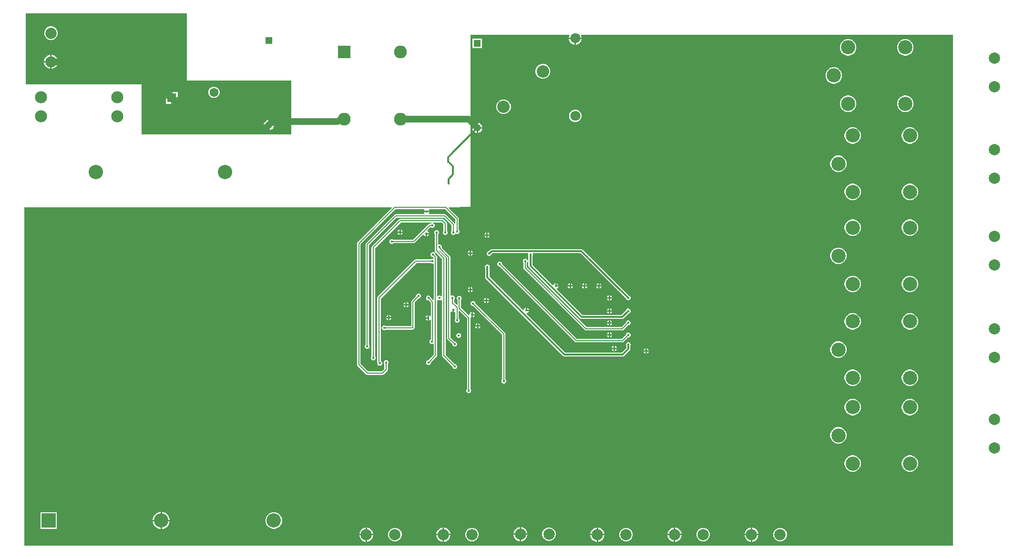
<source format=gbr>
%TF.GenerationSoftware,Altium Limited,Altium Designer,23.11.1 (41)*%
G04 Layer_Physical_Order=2*
G04 Layer_Color=16711680*
%FSLAX45Y45*%
%MOMM*%
%TF.SameCoordinates,7081611A-E9FA-4801-99CF-350105B7A270*%
%TF.FilePolarity,Positive*%
%TF.FileFunction,Copper,L2,Bot,Signal*%
%TF.Part,Single*%
G01*
G75*
%TA.AperFunction,Conductor*%
%ADD27C,1.20000*%
%ADD28C,0.20000*%
%ADD29C,0.30000*%
%TA.AperFunction,ComponentPad*%
%ADD36C,2.20980*%
%ADD37C,2.54000*%
%ADD38R,2.54000X2.54000*%
%ADD39C,2.00025*%
%ADD40C,1.80000*%
%ADD41C,2.15000*%
%ADD42R,1.60000X1.60000*%
%ADD43C,1.30000*%
%ADD44R,1.30000X1.30000*%
%ADD45C,2.51460*%
%ADD46C,2.28600*%
%ADD47C,1.60000*%
%ADD48R,2.28600X2.28600*%
%TA.AperFunction,ViaPad*%
%ADD49C,0.45000*%
G36*
X16762500Y445000D02*
X275000D01*
Y6455000D01*
X6795149D01*
X6800009Y6443267D01*
X6193371Y5836629D01*
X6186741Y5826705D01*
X6184412Y5815000D01*
X6184412Y5814999D01*
Y3662501D01*
X6184412Y3662500D01*
X6186741Y3650795D01*
X6193371Y3640871D01*
X6345871Y3488371D01*
X6355795Y3481741D01*
X6367500Y3479412D01*
X6367501Y3479412D01*
X6632499D01*
X6632500Y3479412D01*
X6644205Y3481741D01*
X6654129Y3488371D01*
X6721628Y3555871D01*
X6721629Y3555871D01*
X6728259Y3565794D01*
X6730588Y3577500D01*
Y3670484D01*
X6736030Y3675926D01*
X6742500Y3691547D01*
Y3708454D01*
X6736030Y3724074D01*
X6724074Y3736030D01*
X6708454Y3742500D01*
X6691546D01*
X6675926Y3736030D01*
X6663970Y3724074D01*
X6657500Y3708454D01*
Y3691547D01*
X6663970Y3675926D01*
X6669412Y3670484D01*
Y3590170D01*
X6619830Y3540588D01*
X6380170D01*
X6245588Y3675170D01*
Y5802330D01*
X6867670Y6424412D01*
X7375103D01*
X7380363Y6411712D01*
X7379142Y6410491D01*
X7373164Y6396058D01*
X7466336D01*
X7460357Y6410491D01*
X7459136Y6411712D01*
X7464397Y6424412D01*
X7747330D01*
X7929412Y6242330D01*
Y6174115D01*
X7916712Y6170262D01*
X7914129Y6174129D01*
X7914128Y6174129D01*
X7761629Y6326629D01*
X7751705Y6333259D01*
X7740000Y6335588D01*
X7739998Y6335588D01*
X7457681D01*
X7452420Y6348288D01*
X7460357Y6356225D01*
X7466336Y6370658D01*
X7373164D01*
X7379142Y6356225D01*
X7387080Y6348288D01*
X7381819Y6335588D01*
X6870001D01*
X6870000Y6335588D01*
X6858295Y6333259D01*
X6848371Y6326629D01*
X6343371Y5821629D01*
X6336741Y5811705D01*
X6334412Y5800000D01*
X6334412Y5799999D01*
Y4017016D01*
X6328970Y4011574D01*
X6322500Y3995954D01*
Y3979046D01*
X6328970Y3963426D01*
X6340926Y3951470D01*
X6356546Y3945000D01*
X6373454D01*
X6389074Y3951470D01*
X6401030Y3963426D01*
X6407500Y3979046D01*
Y3995954D01*
X6401030Y4011574D01*
X6395588Y4017016D01*
Y5787330D01*
X6882670Y6274412D01*
X7727330D01*
X7861912Y6139830D01*
Y6037016D01*
X7856470Y6031574D01*
X7850000Y6015954D01*
Y5999046D01*
X7856470Y5983426D01*
X7868426Y5971470D01*
X7884046Y5965000D01*
X7900954D01*
X7916574Y5971470D01*
X7928530Y5983426D01*
X7930368Y5987865D01*
X7935926Y5988970D01*
X7951546Y5982500D01*
X7968454D01*
X7984074Y5988970D01*
X7996030Y6000926D01*
X8002500Y6016546D01*
Y6033454D01*
X7996030Y6049074D01*
X7990588Y6054516D01*
Y6254999D01*
X7990588Y6255000D01*
X7988259Y6266705D01*
X7981629Y6276629D01*
X7981628Y6276629D01*
X7811776Y6446481D01*
X7816585Y6458236D01*
X8197500Y6461553D01*
Y9525000D01*
X9949797D01*
X9956147Y9514001D01*
X9949965Y9503293D01*
X9942100Y9473943D01*
Y9471450D01*
X10057500D01*
X10172900D01*
Y9473943D01*
X10165036Y9503293D01*
X10158853Y9514001D01*
X10165203Y9525000D01*
X16762500D01*
Y445000D01*
D02*
G37*
G36*
X3157500Y8710000D02*
X5017500D01*
Y7752500D01*
X2357500D01*
Y8640000D01*
X297500D01*
Y9905000D01*
X3157500D01*
Y8710000D01*
D02*
G37*
%LPC*%
G36*
X10172900Y9446050D02*
X10070200D01*
Y9343350D01*
X10072693D01*
X10102043Y9351214D01*
X10128357Y9366407D01*
X10149843Y9387893D01*
X10165036Y9414207D01*
X10172900Y9443557D01*
Y9446050D01*
D02*
G37*
G36*
X10044800D02*
X9942100D01*
Y9443557D01*
X9949965Y9414207D01*
X9965157Y9387893D01*
X9986643Y9366407D01*
X10012957Y9351214D01*
X10042307Y9343350D01*
X10044800D01*
Y9446050D01*
D02*
G37*
G36*
X8405000Y9452500D02*
X8235000D01*
Y9282500D01*
X8405000D01*
Y9452500D01*
D02*
G37*
G36*
X15939461Y9444417D02*
X15901089D01*
X15864024Y9434486D01*
X15830795Y9415300D01*
X15803662Y9388167D01*
X15784476Y9354937D01*
X15774545Y9317873D01*
Y9279501D01*
X15784476Y9242437D01*
X15803662Y9209207D01*
X15830795Y9182074D01*
X15864024Y9162888D01*
X15901089Y9152957D01*
X15939461D01*
X15976524Y9162888D01*
X16009755Y9182074D01*
X16036888Y9209207D01*
X16056075Y9242437D01*
X16066005Y9279501D01*
Y9317873D01*
X16056075Y9354937D01*
X16036888Y9388167D01*
X16009755Y9415300D01*
X15976524Y9434486D01*
X15939461Y9444417D01*
D02*
G37*
G36*
X14923460D02*
X14885089D01*
X14848026Y9434486D01*
X14814795Y9415300D01*
X14787662Y9388167D01*
X14768475Y9354937D01*
X14758545Y9317873D01*
Y9279501D01*
X14768475Y9242437D01*
X14787662Y9209207D01*
X14814795Y9182074D01*
X14848026Y9162888D01*
X14885089Y9152957D01*
X14923460D01*
X14960526Y9162888D01*
X14993755Y9182074D01*
X15020888Y9209207D01*
X15040074Y9242437D01*
X15050005Y9279501D01*
Y9317873D01*
X15040074Y9354937D01*
X15020888Y9388167D01*
X14993755Y9415300D01*
X14960526Y9434486D01*
X14923460Y9444417D01*
D02*
G37*
G36*
X9499679Y9002990D02*
X9465321D01*
X9432133Y8994097D01*
X9402377Y8976918D01*
X9378082Y8952623D01*
X9360903Y8922867D01*
X9352010Y8889679D01*
Y8855321D01*
X9360903Y8822133D01*
X9378082Y8792377D01*
X9402377Y8768082D01*
X9432133Y8750903D01*
X9465321Y8742010D01*
X9499679D01*
X9532867Y8750903D01*
X9562623Y8768082D01*
X9586918Y8792377D01*
X9604097Y8822133D01*
X9612990Y8855321D01*
Y8889679D01*
X9604097Y8922867D01*
X9586918Y8952623D01*
X9562623Y8976918D01*
X9532867Y8994097D01*
X9499679Y9002990D01*
D02*
G37*
G36*
X14669461Y8944037D02*
X14631088D01*
X14594025Y8934106D01*
X14560796Y8914920D01*
X14533662Y8887787D01*
X14514476Y8854557D01*
X14504546Y8817493D01*
Y8779121D01*
X14514476Y8742057D01*
X14533662Y8708827D01*
X14560796Y8681694D01*
X14594025Y8662508D01*
X14631088Y8652577D01*
X14669461D01*
X14706525Y8662508D01*
X14739755Y8681694D01*
X14766888Y8708827D01*
X14786073Y8742057D01*
X14796005Y8779121D01*
Y8817493D01*
X14786073Y8854557D01*
X14766888Y8887787D01*
X14739755Y8914920D01*
X14706525Y8934106D01*
X14669461Y8944037D01*
D02*
G37*
G36*
X15939461Y8443657D02*
X15901089D01*
X15864024Y8433726D01*
X15830795Y8414540D01*
X15803662Y8387407D01*
X15784476Y8354177D01*
X15774545Y8317113D01*
Y8278741D01*
X15784476Y8241677D01*
X15803662Y8208447D01*
X15830795Y8181314D01*
X15864024Y8162128D01*
X15901089Y8152197D01*
X15939461D01*
X15976524Y8162128D01*
X16009755Y8181314D01*
X16036888Y8208447D01*
X16056075Y8241677D01*
X16066005Y8278741D01*
Y8317113D01*
X16056075Y8354177D01*
X16036888Y8387407D01*
X16009755Y8414540D01*
X15976524Y8433726D01*
X15939461Y8443657D01*
D02*
G37*
G36*
X14923460D02*
X14885089D01*
X14848026Y8433726D01*
X14814795Y8414540D01*
X14787662Y8387407D01*
X14768475Y8354177D01*
X14758545Y8317113D01*
Y8278741D01*
X14768475Y8241677D01*
X14787662Y8208447D01*
X14814795Y8181314D01*
X14848026Y8162128D01*
X14885089Y8152197D01*
X14923460D01*
X14960526Y8162128D01*
X14993755Y8181314D01*
X15020888Y8208447D01*
X15040074Y8241677D01*
X15050005Y8278741D01*
Y8317113D01*
X15040074Y8354177D01*
X15020888Y8387407D01*
X14993755Y8414540D01*
X14960526Y8433726D01*
X14923460Y8443657D01*
D02*
G37*
G36*
X8801179Y8373984D02*
X8766821D01*
X8733633Y8365091D01*
X8703877Y8347912D01*
X8679582Y8323617D01*
X8662403Y8293861D01*
X8653510Y8260674D01*
Y8226315D01*
X8662403Y8193127D01*
X8679582Y8163372D01*
X8703877Y8139076D01*
X8733633Y8121897D01*
X8766821Y8113004D01*
X8801179D01*
X8834367Y8121897D01*
X8864123Y8139076D01*
X8888418Y8163372D01*
X8905597Y8193127D01*
X8914490Y8226315D01*
Y8260674D01*
X8905597Y8293861D01*
X8888418Y8323617D01*
X8864123Y8347912D01*
X8834367Y8365091D01*
X8801179Y8373984D01*
D02*
G37*
G36*
X10071982Y8191250D02*
X10043018D01*
X10015042Y8183754D01*
X9989959Y8169272D01*
X9969478Y8148791D01*
X9954997Y8123708D01*
X9947500Y8095732D01*
Y8066768D01*
X9954997Y8038792D01*
X9969478Y8013709D01*
X9989959Y7993228D01*
X10015042Y7978747D01*
X10043018Y7971250D01*
X10071982D01*
X10099958Y7978747D01*
X10125041Y7993228D01*
X10145522Y8013709D01*
X10160004Y8038792D01*
X10167500Y8066768D01*
Y8095732D01*
X10160004Y8123708D01*
X10145522Y8148791D01*
X10125041Y8169272D01*
X10099958Y8183754D01*
X10071982Y8191250D01*
D02*
G37*
G36*
X8332700Y7957686D02*
Y7880199D01*
X8410186D01*
X8404239Y7902393D01*
X8392338Y7923007D01*
X8375507Y7939838D01*
X8354893Y7951739D01*
X8332700Y7957686D01*
D02*
G37*
G36*
X8307300Y7957686D02*
X8285107Y7951739D01*
X8264493Y7939838D01*
X8247662Y7923007D01*
X8235761Y7902393D01*
X8229814Y7880199D01*
X8307300D01*
Y7957686D01*
D02*
G37*
G36*
Y7854799D02*
X8229814D01*
X8235761Y7832607D01*
X8247662Y7811993D01*
X8264493Y7795162D01*
X8285107Y7783261D01*
X8307300Y7777314D01*
Y7854799D01*
D02*
G37*
G36*
X8410186D02*
X8332700D01*
Y7777314D01*
X8354893Y7783261D01*
X8375507Y7795162D01*
X8392338Y7811993D01*
X8404239Y7832607D01*
X8410186Y7854799D01*
D02*
G37*
G36*
X16021185Y7877490D02*
X15982814D01*
X15945750Y7867559D01*
X15912520Y7848373D01*
X15885387Y7821240D01*
X15866200Y7788010D01*
X15856270Y7750946D01*
Y7712574D01*
X15866200Y7675510D01*
X15885387Y7642280D01*
X15912520Y7615147D01*
X15945750Y7595961D01*
X15982814Y7586030D01*
X16021185D01*
X16058250Y7595961D01*
X16091479Y7615147D01*
X16118613Y7642280D01*
X16137799Y7675510D01*
X16147729Y7712574D01*
Y7750946D01*
X16137799Y7788010D01*
X16118613Y7821240D01*
X16091479Y7848373D01*
X16058250Y7867559D01*
X16021185Y7877490D01*
D02*
G37*
G36*
X15005186D02*
X14966814D01*
X14929750Y7867559D01*
X14896519Y7848373D01*
X14869386Y7821240D01*
X14850201Y7788010D01*
X14840269Y7750946D01*
Y7712574D01*
X14850201Y7675510D01*
X14869386Y7642280D01*
X14896519Y7615147D01*
X14929750Y7595961D01*
X14966814Y7586030D01*
X15005186D01*
X15042250Y7595961D01*
X15075481Y7615147D01*
X15102612Y7642280D01*
X15121799Y7675510D01*
X15131731Y7712574D01*
Y7750946D01*
X15121799Y7788010D01*
X15102612Y7821240D01*
X15075481Y7848373D01*
X15042250Y7867559D01*
X15005186Y7877490D01*
D02*
G37*
G36*
X14751186Y7377110D02*
X14712814D01*
X14675751Y7367179D01*
X14642520Y7347993D01*
X14615387Y7320860D01*
X14596201Y7287630D01*
X14586270Y7250566D01*
Y7212194D01*
X14596201Y7175130D01*
X14615387Y7141900D01*
X14642520Y7114767D01*
X14675751Y7095581D01*
X14712814Y7085650D01*
X14751186D01*
X14788251Y7095581D01*
X14821480Y7114767D01*
X14848613Y7141900D01*
X14867799Y7175130D01*
X14877730Y7212194D01*
Y7250566D01*
X14867799Y7287630D01*
X14848613Y7320860D01*
X14821480Y7347993D01*
X14788251Y7367179D01*
X14751186Y7377110D01*
D02*
G37*
G36*
X16021185Y6876730D02*
X15982814D01*
X15945750Y6866799D01*
X15912520Y6847613D01*
X15885387Y6820480D01*
X15866200Y6787250D01*
X15856270Y6750186D01*
Y6711814D01*
X15866200Y6674750D01*
X15885387Y6641520D01*
X15912520Y6614387D01*
X15945750Y6595201D01*
X15982814Y6585270D01*
X16021185D01*
X16058250Y6595201D01*
X16091479Y6614387D01*
X16118613Y6641520D01*
X16137799Y6674750D01*
X16147729Y6711814D01*
Y6750186D01*
X16137799Y6787250D01*
X16118613Y6820480D01*
X16091479Y6847613D01*
X16058250Y6866799D01*
X16021185Y6876730D01*
D02*
G37*
G36*
X15005186D02*
X14966814D01*
X14929750Y6866799D01*
X14896519Y6847613D01*
X14869386Y6820480D01*
X14850201Y6787250D01*
X14840269Y6750186D01*
Y6711814D01*
X14850201Y6674750D01*
X14869386Y6641520D01*
X14896519Y6614387D01*
X14929750Y6595201D01*
X14966814Y6585270D01*
X15005186D01*
X15042250Y6595201D01*
X15075481Y6614387D01*
X15102612Y6641520D01*
X15121799Y6674750D01*
X15131731Y6711814D01*
Y6750186D01*
X15121799Y6787250D01*
X15102612Y6820480D01*
X15075481Y6847613D01*
X15042250Y6866799D01*
X15005186Y6876730D01*
D02*
G37*
G36*
X7702500Y6250588D02*
X7702499Y6250588D01*
X6947501D01*
X6947500Y6250588D01*
X6935795Y6248259D01*
X6925871Y6241629D01*
X6925871Y6241628D01*
X6449761Y5765519D01*
X6443131Y5755596D01*
X6440802Y5743890D01*
X6440802Y5743889D01*
Y3808126D01*
X6435361Y3802684D01*
X6428890Y3787064D01*
Y3770157D01*
X6435361Y3754536D01*
X6447316Y3742581D01*
X6462937Y3736110D01*
X6479844D01*
X6495464Y3742581D01*
X6507420Y3754536D01*
X6513890Y3770157D01*
Y3787064D01*
X6507420Y3802684D01*
X6501978Y3808126D01*
Y5731220D01*
X6960170Y6189412D01*
X7512145D01*
X7514046Y6177500D01*
X7498426Y6171030D01*
X7492984Y6165588D01*
X7475000D01*
X7463294Y6163259D01*
X7453371Y6156629D01*
X7177330Y5880588D01*
X6827016D01*
X6821574Y5886030D01*
X6805954Y5892500D01*
X6789046D01*
X6773426Y5886030D01*
X6761470Y5874074D01*
X6755000Y5858454D01*
Y5841546D01*
X6761470Y5825926D01*
X6773426Y5813970D01*
X6789046Y5807500D01*
X6805954D01*
X6821574Y5813970D01*
X6827016Y5819412D01*
X7189999D01*
X7190000Y5819412D01*
X7201705Y5821741D01*
X7211629Y5828371D01*
X7353460Y5970203D01*
X7368441Y5967223D01*
X7370609Y5961988D01*
X7384084Y5948514D01*
X7398517Y5942535D01*
Y5989121D01*
X7411217D01*
Y6001821D01*
X7457803D01*
X7451824Y6016254D01*
X7438350Y6029729D01*
X7433115Y6031897D01*
X7430136Y6046878D01*
X7487670Y6104412D01*
X7492984D01*
X7498426Y6098970D01*
X7514046Y6092500D01*
X7530954D01*
X7546574Y6098970D01*
X7558530Y6110926D01*
X7565000Y6126546D01*
Y6143454D01*
X7558530Y6159074D01*
X7546574Y6171030D01*
X7530954Y6177500D01*
X7532855Y6189412D01*
X7689830D01*
X7719412Y6159830D01*
Y6039516D01*
X7713970Y6034074D01*
X7707500Y6018454D01*
Y6001546D01*
X7713970Y5985926D01*
X7725926Y5973970D01*
X7741546Y5967500D01*
X7758454D01*
X7774074Y5973970D01*
X7786030Y5985926D01*
X7792500Y6001546D01*
Y6018454D01*
X7786030Y6034074D01*
X7780588Y6039516D01*
Y6172500D01*
X7778259Y6184205D01*
X7771629Y6194129D01*
X7771628Y6194129D01*
X7724129Y6241629D01*
X7714205Y6248259D01*
X7702500Y6250588D01*
D02*
G37*
G36*
X6960200Y6061586D02*
Y6027700D01*
X6994086D01*
X6988107Y6042133D01*
X6974633Y6055608D01*
X6960200Y6061586D01*
D02*
G37*
G36*
X6934800D02*
X6920367Y6055608D01*
X6906892Y6042133D01*
X6900914Y6027700D01*
X6934800D01*
Y6061586D01*
D02*
G37*
G36*
X8502500Y6011306D02*
Y5977420D01*
X8536386D01*
X8530407Y5991853D01*
X8516933Y6005328D01*
X8502500Y6011306D01*
D02*
G37*
G36*
X8477100D02*
X8462667Y6005328D01*
X8449192Y5991853D01*
X8443214Y5977420D01*
X8477100D01*
Y6011306D01*
D02*
G37*
G36*
X6994086Y6002300D02*
X6960200D01*
Y5968414D01*
X6974633Y5974393D01*
X6988107Y5987867D01*
X6994086Y6002300D01*
D02*
G37*
G36*
X6934800D02*
X6900914D01*
X6906892Y5987867D01*
X6920367Y5974393D01*
X6934800Y5968414D01*
Y6002300D01*
D02*
G37*
G36*
X16021185Y6241730D02*
X15982814D01*
X15945750Y6231799D01*
X15912520Y6212613D01*
X15885387Y6185480D01*
X15866200Y6152250D01*
X15856270Y6115186D01*
Y6076814D01*
X15866200Y6039750D01*
X15885387Y6006520D01*
X15912520Y5979387D01*
X15945750Y5960201D01*
X15982814Y5950270D01*
X16021185D01*
X16058250Y5960201D01*
X16091479Y5979387D01*
X16118613Y6006520D01*
X16137799Y6039750D01*
X16147729Y6076814D01*
Y6115186D01*
X16137799Y6152250D01*
X16118613Y6185480D01*
X16091479Y6212613D01*
X16058250Y6231799D01*
X16021185Y6241730D01*
D02*
G37*
G36*
X15005186D02*
X14966814D01*
X14929750Y6231799D01*
X14896519Y6212613D01*
X14869386Y6185480D01*
X14850201Y6152250D01*
X14840269Y6115186D01*
Y6076814D01*
X14850201Y6039750D01*
X14869386Y6006520D01*
X14896519Y5979387D01*
X14929750Y5960201D01*
X14966814Y5950270D01*
X15005186D01*
X15042250Y5960201D01*
X15075481Y5979387D01*
X15102612Y6006520D01*
X15121799Y6039750D01*
X15131731Y6076814D01*
Y6115186D01*
X15121799Y6152250D01*
X15102612Y6185480D01*
X15075481Y6212613D01*
X15042250Y6231799D01*
X15005186Y6241730D01*
D02*
G37*
G36*
X7457803Y5976421D02*
X7423917D01*
Y5942535D01*
X7438350Y5948514D01*
X7451824Y5961988D01*
X7457803Y5976421D01*
D02*
G37*
G36*
X8536386Y5952020D02*
X8502500D01*
Y5918134D01*
X8516933Y5924113D01*
X8530407Y5937587D01*
X8536386Y5952020D01*
D02*
G37*
G36*
X8477100D02*
X8443214D01*
X8449192Y5937587D01*
X8462667Y5924113D01*
X8477100Y5918134D01*
Y5952020D01*
D02*
G37*
G36*
X8205200Y5689086D02*
Y5655200D01*
X8239086D01*
X8233107Y5669633D01*
X8219633Y5683108D01*
X8205200Y5689086D01*
D02*
G37*
G36*
X8179800D02*
X8165367Y5683108D01*
X8151893Y5669633D01*
X8145914Y5655200D01*
X8179800D01*
Y5689086D01*
D02*
G37*
G36*
X8239086Y5629800D02*
X8205200D01*
Y5595914D01*
X8219633Y5601893D01*
X8233107Y5615367D01*
X8239086Y5629800D01*
D02*
G37*
G36*
X8179800D02*
X8145914D01*
X8151893Y5615367D01*
X8165367Y5601893D01*
X8179800Y5595914D01*
Y5629800D01*
D02*
G37*
G36*
X14751186Y5741350D02*
X14712814D01*
X14675751Y5731419D01*
X14642520Y5712233D01*
X14615387Y5685100D01*
X14596201Y5651870D01*
X14586270Y5614806D01*
Y5576434D01*
X14596201Y5539370D01*
X14615387Y5506140D01*
X14642520Y5479007D01*
X14675751Y5459821D01*
X14712814Y5449890D01*
X14751186D01*
X14788251Y5459821D01*
X14821480Y5479007D01*
X14848613Y5506140D01*
X14867799Y5539370D01*
X14877730Y5576434D01*
Y5614806D01*
X14867799Y5651870D01*
X14848613Y5685100D01*
X14821480Y5712233D01*
X14788251Y5731419D01*
X14751186Y5741350D01*
D02*
G37*
G36*
X10489700Y5106586D02*
Y5072700D01*
X10523586D01*
X10517607Y5087133D01*
X10504133Y5100608D01*
X10489700Y5106586D01*
D02*
G37*
G36*
X10464300D02*
X10449867Y5100608D01*
X10436392Y5087133D01*
X10430414Y5072700D01*
X10464300D01*
Y5106586D01*
D02*
G37*
G36*
X10235700D02*
Y5072700D01*
X10269586D01*
X10263607Y5087133D01*
X10250133Y5100608D01*
X10235700Y5106586D01*
D02*
G37*
G36*
X10210300D02*
X10195867Y5100608D01*
X10182392Y5087133D01*
X10176414Y5072700D01*
X10210300D01*
Y5106586D01*
D02*
G37*
G36*
X9981700D02*
Y5072700D01*
X10015586D01*
X10009607Y5087133D01*
X9996133Y5100608D01*
X9981700Y5106586D01*
D02*
G37*
G36*
X9956300D02*
X9941867Y5100608D01*
X9928392Y5087133D01*
X9922414Y5072700D01*
X9956300D01*
Y5106586D01*
D02*
G37*
G36*
X9727700D02*
Y5072700D01*
X9761586D01*
X9755607Y5087133D01*
X9742133Y5100608D01*
X9727700Y5106586D01*
D02*
G37*
G36*
X10523586Y5047300D02*
X10489700D01*
Y5013414D01*
X10504133Y5019393D01*
X10517607Y5032867D01*
X10523586Y5047300D01*
D02*
G37*
G36*
X10464300D02*
X10430414D01*
X10436392Y5032867D01*
X10449867Y5019393D01*
X10464300Y5013414D01*
Y5047300D01*
D02*
G37*
G36*
X10269586D02*
X10235700D01*
Y5013414D01*
X10250133Y5019393D01*
X10263607Y5032867D01*
X10269586Y5047300D01*
D02*
G37*
G36*
X10210300D02*
X10176414D01*
X10182392Y5032867D01*
X10195867Y5019393D01*
X10210300Y5013414D01*
Y5047300D01*
D02*
G37*
G36*
X10015586D02*
X9981700D01*
Y5013414D01*
X9996133Y5019393D01*
X10009607Y5032867D01*
X10015586Y5047300D01*
D02*
G37*
G36*
X9956300D02*
X9922414D01*
X9928392Y5032867D01*
X9941867Y5019393D01*
X9956300Y5013414D01*
Y5047300D01*
D02*
G37*
G36*
X8205200Y5039086D02*
Y5005200D01*
X8239086D01*
X8233107Y5019633D01*
X8219633Y5033108D01*
X8205200Y5039086D01*
D02*
G37*
G36*
X8179800D02*
X8165367Y5033108D01*
X8151893Y5019633D01*
X8145914Y5005200D01*
X8179800D01*
Y5039086D01*
D02*
G37*
G36*
X16021185Y5240970D02*
X15982814D01*
X15945750Y5231039D01*
X15912520Y5211853D01*
X15885387Y5184720D01*
X15866200Y5151490D01*
X15856270Y5114426D01*
Y5076054D01*
X15866200Y5038990D01*
X15885387Y5005760D01*
X15912520Y4978627D01*
X15945750Y4959441D01*
X15982814Y4949510D01*
X16021185D01*
X16058250Y4959441D01*
X16091479Y4978627D01*
X16118613Y5005760D01*
X16137799Y5038990D01*
X16147729Y5076054D01*
Y5114426D01*
X16137799Y5151490D01*
X16118613Y5184720D01*
X16091479Y5211853D01*
X16058250Y5231039D01*
X16021185Y5240970D01*
D02*
G37*
G36*
X15005186D02*
X14966814D01*
X14929750Y5231039D01*
X14896519Y5211853D01*
X14869386Y5184720D01*
X14850201Y5151490D01*
X14840269Y5114426D01*
Y5076054D01*
X14850201Y5038990D01*
X14869386Y5005760D01*
X14896519Y4978627D01*
X14929750Y4959441D01*
X14966814Y4949510D01*
X15005186D01*
X15042250Y4959441D01*
X15075481Y4978627D01*
X15102612Y5005760D01*
X15121799Y5038990D01*
X15131731Y5076054D01*
Y5114426D01*
X15121799Y5151490D01*
X15102612Y5184720D01*
X15075481Y5211853D01*
X15042250Y5231039D01*
X15005186Y5240970D01*
D02*
G37*
G36*
X8239086Y4979800D02*
X8205200D01*
Y4945914D01*
X8219633Y4951893D01*
X8233107Y4965367D01*
X8239086Y4979800D01*
D02*
G37*
G36*
X8179800D02*
X8145914D01*
X8151893Y4965367D01*
X8165367Y4951893D01*
X8179800Y4945914D01*
Y4979800D01*
D02*
G37*
G36*
X10679860Y4892906D02*
Y4859020D01*
X10713746D01*
X10707768Y4873453D01*
X10694293Y4886927D01*
X10679860Y4892906D01*
D02*
G37*
G36*
X10654460D02*
X10640027Y4886927D01*
X10626553Y4873453D01*
X10620574Y4859020D01*
X10654460D01*
Y4892906D01*
D02*
G37*
G36*
X8492700Y4846586D02*
Y4812700D01*
X8526586D01*
X8520608Y4827133D01*
X8507133Y4840608D01*
X8492700Y4846586D01*
D02*
G37*
G36*
X8467300D02*
X8452867Y4840608D01*
X8439393Y4827133D01*
X8433414Y4812700D01*
X8467300D01*
Y4846586D01*
D02*
G37*
G36*
X10163480Y5715686D02*
X8575280D01*
X8561624Y5712969D01*
X8550047Y5705234D01*
X8522032Y5677220D01*
X8521546D01*
X8505926Y5670749D01*
X8493970Y5658794D01*
X8487500Y5643173D01*
Y5626266D01*
X8493970Y5610646D01*
X8505926Y5598690D01*
X8521546Y5592220D01*
X8538454D01*
X8554074Y5598690D01*
X8566030Y5610646D01*
X8572500Y5626266D01*
Y5626752D01*
X8590062Y5644314D01*
X9213859D01*
X9222345Y5631614D01*
X9220000Y5625953D01*
Y5609046D01*
X9226470Y5593426D01*
X9226814Y5593082D01*
Y5417500D01*
X9229531Y5403844D01*
X9237267Y5392266D01*
X10144766Y4484766D01*
X10156344Y4477031D01*
X10170000Y4474314D01*
X10891981D01*
X10905637Y4477031D01*
X10917214Y4484766D01*
X11005128Y4572680D01*
X11005614D01*
X11021234Y4579150D01*
X11033190Y4591106D01*
X11039660Y4606726D01*
Y4623634D01*
X11033190Y4639254D01*
X11021234Y4651210D01*
X11005614Y4657680D01*
X10988707D01*
X10973086Y4651210D01*
X10961131Y4639254D01*
X10954661Y4623634D01*
Y4623147D01*
X10877199Y4545686D01*
X10184782D01*
X9729892Y5000575D01*
X9732872Y5015556D01*
X9742133Y5019393D01*
X9755607Y5032867D01*
X9761586Y5047300D01*
X9715000D01*
Y5060000D01*
X9702300D01*
Y5106586D01*
X9687867Y5100608D01*
X9674392Y5087133D01*
X9670556Y5077872D01*
X9655575Y5074892D01*
X9298186Y5432281D01*
Y5593082D01*
X9298530Y5593426D01*
X9305000Y5609046D01*
Y5625953D01*
X9302655Y5631614D01*
X9311141Y5644314D01*
X10148699D01*
X10954661Y4838353D01*
Y4837866D01*
X10961131Y4822246D01*
X10973086Y4810290D01*
X10988707Y4803820D01*
X11005614D01*
X11021234Y4810290D01*
X11033190Y4822246D01*
X11039660Y4837866D01*
Y4854774D01*
X11033190Y4870394D01*
X11021234Y4882350D01*
X11005614Y4888820D01*
X11005128D01*
X10188714Y5705234D01*
X10177137Y5712969D01*
X10163480Y5715686D01*
D02*
G37*
G36*
X10713746Y4833620D02*
X10679860D01*
Y4799734D01*
X10694293Y4805713D01*
X10707768Y4819187D01*
X10713746Y4833620D01*
D02*
G37*
G36*
X10654460D02*
X10620574D01*
X10626553Y4819187D01*
X10640027Y4805713D01*
X10654460Y4799734D01*
Y4833620D01*
D02*
G37*
G36*
X8526586Y4787300D02*
X8492700D01*
Y4753414D01*
X8507133Y4759393D01*
X8520608Y4772867D01*
X8526586Y4787300D01*
D02*
G37*
G36*
X8467300D02*
X8433414D01*
X8439393Y4772867D01*
X8452867Y4759393D01*
X8467300Y4753414D01*
Y4787300D01*
D02*
G37*
G36*
X7066457Y4771790D02*
Y4737904D01*
X7100343D01*
X7094365Y4752337D01*
X7080890Y4765811D01*
X7066457Y4771790D01*
D02*
G37*
G36*
X7041057D02*
X7026624Y4765811D01*
X7013150Y4752337D01*
X7007171Y4737904D01*
X7041057D01*
Y4771790D01*
D02*
G37*
G36*
X7100343Y4712504D02*
X7066457D01*
Y4678618D01*
X7080890Y4684596D01*
X7094365Y4698071D01*
X7100343Y4712504D01*
D02*
G37*
G36*
X7041057D02*
X7007171D01*
X7013150Y4698071D01*
X7026624Y4684596D01*
X7041057Y4678618D01*
Y4712504D01*
D02*
G37*
G36*
X9202700Y4674086D02*
Y4640200D01*
X9236586D01*
X9230607Y4654633D01*
X9217133Y4668108D01*
X9202700Y4674086D01*
D02*
G37*
G36*
X10679860Y4661766D02*
Y4627880D01*
X10713746D01*
X10707768Y4642313D01*
X10694293Y4655787D01*
X10679860Y4661766D01*
D02*
G37*
G36*
X10654460D02*
X10640027Y4655787D01*
X10626553Y4642313D01*
X10620574Y4627880D01*
X10654460D01*
Y4661766D01*
D02*
G37*
G36*
X10713746Y4602480D02*
X10679860D01*
Y4568594D01*
X10694293Y4574573D01*
X10707768Y4588047D01*
X10713746Y4602480D01*
D02*
G37*
G36*
X10654460D02*
X10620574D01*
X10626553Y4588047D01*
X10640027Y4574573D01*
X10654460Y4568594D01*
Y4602480D01*
D02*
G37*
G36*
X8240000Y4596306D02*
Y4562420D01*
X8273886D01*
X8267908Y4576853D01*
X8254433Y4590328D01*
X8240000Y4596306D01*
D02*
G37*
G36*
X6760200Y4544086D02*
Y4510200D01*
X6794086D01*
X6788108Y4524633D01*
X6774633Y4538107D01*
X6760200Y4544086D01*
D02*
G37*
G36*
X6734800D02*
X6720367Y4538107D01*
X6706893Y4524633D01*
X6700914Y4510200D01*
X6734800D01*
Y4544086D01*
D02*
G37*
G36*
X7432300Y4539086D02*
X7417867Y4533108D01*
X7404392Y4519633D01*
X7398414Y4505200D01*
X7432300D01*
Y4539086D01*
D02*
G37*
G36*
X8273886Y4537020D02*
X8240000D01*
Y4503134D01*
X8254433Y4509113D01*
X8267908Y4522587D01*
X8273886Y4537020D01*
D02*
G37*
G36*
X7603454Y6052500D02*
X7586546D01*
X7570926Y6046030D01*
X7558970Y6034074D01*
X7552500Y6018454D01*
Y6001546D01*
X7558970Y5985926D01*
X7564412Y5980484D01*
Y5682501D01*
X7564412Y5682500D01*
X7566741Y5670795D01*
X7573371Y5660871D01*
X7694412Y5539830D01*
Y4878652D01*
X7681712Y4873391D01*
X7674074Y4881030D01*
X7658454Y4887500D01*
X7641546D01*
X7625926Y4881030D01*
X7618288Y4873392D01*
X7605588Y4878652D01*
Y5574047D01*
X7603259Y5585752D01*
X7596629Y5595675D01*
X7575000Y5617304D01*
Y5625000D01*
X7568530Y5640620D01*
X7556574Y5652576D01*
X7540954Y5659046D01*
X7524047D01*
X7508426Y5652576D01*
X7496471Y5640620D01*
X7490001Y5625000D01*
Y5608093D01*
X7496471Y5592472D01*
X7508426Y5580517D01*
X7524047Y5574047D01*
X7531742D01*
X7544412Y5561376D01*
Y5548601D01*
X7531712Y5540114D01*
X7525954Y5542500D01*
X7509046D01*
X7493426Y5536030D01*
X7487984Y5530588D01*
X7225000D01*
X7213294Y5528259D01*
X7203371Y5521629D01*
X7203371Y5521628D01*
X6550871Y4869129D01*
X6544241Y4859205D01*
X6541912Y4847500D01*
X6541912Y4847499D01*
Y3706766D01*
X6541912Y3706765D01*
X6544241Y3695060D01*
X6545120Y3693743D01*
X6545000Y3693454D01*
Y3676546D01*
X6551470Y3660926D01*
X6563426Y3648970D01*
X6579046Y3642500D01*
X6595954D01*
X6611574Y3648970D01*
X6623530Y3660926D01*
X6630000Y3676546D01*
Y3693454D01*
X6623530Y3709074D01*
X6611574Y3721030D01*
X6603088Y3724545D01*
Y4834830D01*
X7237670Y5469412D01*
X7487984D01*
X7493426Y5463970D01*
X7509046Y5457500D01*
X7525954D01*
X7531712Y5459885D01*
X7544412Y5451399D01*
Y4810439D01*
X7532679Y4805579D01*
X7492500Y4845758D01*
Y4853454D01*
X7486030Y4869074D01*
X7474074Y4881030D01*
X7458454Y4887500D01*
X7441547D01*
X7425926Y4881030D01*
X7413971Y4869074D01*
X7407501Y4853454D01*
Y4836546D01*
X7413971Y4820926D01*
X7425926Y4808970D01*
X7441547Y4802500D01*
X7449242D01*
X7494412Y4757331D01*
Y4528789D01*
X7481712Y4523528D01*
X7472133Y4533108D01*
X7457700Y4539086D01*
Y4492500D01*
Y4445914D01*
X7472133Y4451893D01*
X7481712Y4461472D01*
X7494412Y4456211D01*
Y4112045D01*
X7485926Y4108530D01*
X7473970Y4096574D01*
X7467500Y4080954D01*
Y4064046D01*
X7473970Y4048426D01*
X7485926Y4036470D01*
X7501546Y4030000D01*
X7518454D01*
X7531712Y4035492D01*
X7544412Y4030215D01*
Y3837670D01*
X7449242Y3742500D01*
X7441546D01*
X7425926Y3736030D01*
X7413970Y3724074D01*
X7407500Y3708454D01*
Y3691546D01*
X7413970Y3675926D01*
X7425926Y3663970D01*
X7441546Y3657500D01*
X7458454D01*
X7474074Y3663970D01*
X7486030Y3675926D01*
X7492500Y3691546D01*
Y3699242D01*
X7596628Y3803371D01*
X7596629Y3803371D01*
X7603259Y3813295D01*
X7605588Y3825000D01*
Y4811348D01*
X7618288Y4816608D01*
X7625926Y4808970D01*
X7641546Y4802500D01*
X7658454D01*
X7674074Y4808970D01*
X7681712Y4816609D01*
X7694412Y4811348D01*
Y3820001D01*
X7694412Y3820000D01*
X7696741Y3808295D01*
X7703371Y3798371D01*
X7877500Y3624242D01*
Y3616546D01*
X7883971Y3600926D01*
X7895926Y3588970D01*
X7911547Y3582500D01*
X7928454D01*
X7944074Y3588970D01*
X7956030Y3600926D01*
X7962500Y3616546D01*
Y3633453D01*
X7956030Y3649074D01*
X7944074Y3661030D01*
X7928454Y3667500D01*
X7920758D01*
X7755588Y3832670D01*
Y5552500D01*
X7753259Y5564205D01*
X7746629Y5574129D01*
X7634937Y5685820D01*
X7635024Y5686258D01*
X7648805Y5690438D01*
X7781912Y5557331D01*
Y4132501D01*
X7781912Y4132500D01*
X7784241Y4120795D01*
X7790871Y4110871D01*
X7877500Y4024242D01*
Y4016546D01*
X7883971Y4000926D01*
X7895926Y3988970D01*
X7911547Y3982500D01*
X7928454D01*
X7944074Y3988970D01*
X7956030Y4000926D01*
X7962500Y4016546D01*
Y4033453D01*
X7956030Y4049074D01*
X7944074Y4061029D01*
X7928454Y4067500D01*
X7920758D01*
X7843088Y4145170D01*
Y4601211D01*
X7855788Y4606472D01*
X7862867Y4599393D01*
X7877300Y4593414D01*
Y4640000D01*
X7902700D01*
Y4593414D01*
X7914113Y4598142D01*
X7926813Y4592480D01*
Y4479417D01*
X7923970Y4476574D01*
X7917500Y4460953D01*
Y4444046D01*
X7923970Y4428426D01*
X7935926Y4416470D01*
X7951546Y4410000D01*
X7968454D01*
X7984074Y4416470D01*
X7996030Y4428426D01*
X8002500Y4444046D01*
Y4460953D01*
X7996030Y4476574D01*
X7987989Y4484615D01*
Y4614660D01*
X7999722Y4619520D01*
X8136912Y4482330D01*
Y3227016D01*
X8131470Y3221574D01*
X8125000Y3205954D01*
Y3189046D01*
X8131470Y3173426D01*
X8143426Y3161470D01*
X8159046Y3155000D01*
X8175954D01*
X8191574Y3161470D01*
X8203530Y3173426D01*
X8210000Y3189046D01*
Y3205954D01*
X8203530Y3221574D01*
X8198088Y3227016D01*
Y4494999D01*
X8198088Y4495000D01*
X8197822Y4496337D01*
X8208953Y4505473D01*
X8214600Y4503134D01*
Y4549720D01*
Y4596306D01*
X8200167Y4590328D01*
X8186693Y4576853D01*
X8179400Y4559248D01*
Y4544318D01*
X8167503Y4538255D01*
X8028088Y4677670D01*
Y4810484D01*
X8033530Y4815926D01*
X8040000Y4831546D01*
Y4848454D01*
X8033530Y4864074D01*
X8021574Y4876030D01*
X8005954Y4882500D01*
X7989046D01*
X7973426Y4876030D01*
X7961470Y4864074D01*
X7955000Y4848454D01*
Y4831546D01*
X7961470Y4815926D01*
X7966912Y4810484D01*
Y4727939D01*
X7955179Y4723079D01*
X7908088Y4770170D01*
Y4820484D01*
X7913530Y4825926D01*
X7920000Y4841546D01*
Y4858454D01*
X7913530Y4874074D01*
X7901574Y4886030D01*
X7885954Y4892500D01*
X7869046D01*
X7855788Y4887008D01*
X7843088Y4892285D01*
Y5570000D01*
X7840759Y5581706D01*
X7834129Y5591629D01*
X7834128Y5591630D01*
X7690072Y5735686D01*
X7692500Y5741546D01*
Y5758454D01*
X7686030Y5774074D01*
X7674074Y5786030D01*
X7658454Y5792500D01*
X7641546D01*
X7638288Y5791150D01*
X7625588Y5799636D01*
Y5980484D01*
X7631030Y5985926D01*
X7637500Y6001546D01*
Y6018454D01*
X7631030Y6034074D01*
X7619074Y6046030D01*
X7603454Y6052500D01*
D02*
G37*
G36*
X6794086Y4484800D02*
X6760200D01*
Y4450914D01*
X6774633Y4456892D01*
X6788108Y4470367D01*
X6794086Y4484800D01*
D02*
G37*
G36*
X6734800D02*
X6700914D01*
X6706893Y4470367D01*
X6720367Y4456892D01*
X6734800Y4450914D01*
Y4484800D01*
D02*
G37*
G36*
X7432300Y4479800D02*
X7398414D01*
X7404392Y4465367D01*
X7417867Y4451893D01*
X7432300Y4445914D01*
Y4479800D01*
D02*
G37*
G36*
X10679860Y4450946D02*
Y4417060D01*
X10713746D01*
X10707768Y4431493D01*
X10694293Y4444967D01*
X10679860Y4450946D01*
D02*
G37*
G36*
X10654460D02*
X10640027Y4444967D01*
X10626553Y4431493D01*
X10620574Y4417060D01*
X10654460D01*
Y4450946D01*
D02*
G37*
G36*
X8340200Y4396586D02*
Y4362700D01*
X8374086D01*
X8368107Y4377133D01*
X8354633Y4390607D01*
X8340200Y4396586D01*
D02*
G37*
G36*
X8314800D02*
X8300367Y4390607D01*
X8286892Y4377133D01*
X8280914Y4362700D01*
X8314800D01*
Y4396586D01*
D02*
G37*
G36*
X10713746Y4391660D02*
X10679860D01*
Y4357774D01*
X10694293Y4363753D01*
X10707768Y4377227D01*
X10713746Y4391660D01*
D02*
G37*
G36*
X10654460D02*
X10620574D01*
X10626553Y4377227D01*
X10640027Y4363753D01*
X10654460Y4357774D01*
Y4391660D01*
D02*
G37*
G36*
X7285954Y4922500D02*
X7269046D01*
X7253426Y4916030D01*
X7241470Y4904074D01*
X7235000Y4888454D01*
Y4880758D01*
X7153371Y4799129D01*
X7146741Y4789205D01*
X7144412Y4777500D01*
X7144412Y4777498D01*
Y4345588D01*
X6694516D01*
X6689074Y4351030D01*
X6673454Y4357500D01*
X6656546D01*
X6640926Y4351030D01*
X6628970Y4339074D01*
X6622500Y4323454D01*
Y4306546D01*
X6628970Y4290926D01*
X6640926Y4278970D01*
X6656546Y4272500D01*
X6673454D01*
X6689074Y4278970D01*
X6694516Y4284412D01*
X7163283D01*
X7163284Y4284412D01*
X7174989Y4286741D01*
X7184913Y4293371D01*
X7196628Y4305086D01*
X7196629Y4305087D01*
X7203259Y4315010D01*
X7205588Y4326716D01*
X7205588Y4326717D01*
Y4764830D01*
X7278258Y4837500D01*
X7285954D01*
X7301574Y4843970D01*
X7313530Y4855926D01*
X7320000Y4871546D01*
Y4888454D01*
X7313530Y4904074D01*
X7301574Y4916030D01*
X7285954Y4922500D01*
D02*
G37*
G36*
X8374086Y4337300D02*
X8340200D01*
Y4303414D01*
X8354633Y4309392D01*
X8368107Y4322867D01*
X8374086Y4337300D01*
D02*
G37*
G36*
X8314800D02*
X8280914D01*
X8286892Y4322867D01*
X8300367Y4309392D01*
X8314800Y4303414D01*
Y4337300D01*
D02*
G37*
G36*
X16021185Y4575490D02*
X15982814D01*
X15945750Y4565559D01*
X15912520Y4546373D01*
X15885387Y4519240D01*
X15866200Y4486010D01*
X15856270Y4448946D01*
Y4410574D01*
X15866200Y4373510D01*
X15885387Y4340280D01*
X15912520Y4313147D01*
X15945750Y4293961D01*
X15982814Y4284030D01*
X16021185D01*
X16058250Y4293961D01*
X16091479Y4313147D01*
X16118613Y4340280D01*
X16137799Y4373510D01*
X16147729Y4410574D01*
Y4448946D01*
X16137799Y4486010D01*
X16118613Y4519240D01*
X16091479Y4546373D01*
X16058250Y4565559D01*
X16021185Y4575490D01*
D02*
G37*
G36*
X15005186D02*
X14966814D01*
X14929750Y4565559D01*
X14896519Y4546373D01*
X14869386Y4519240D01*
X14850201Y4486010D01*
X14840269Y4448946D01*
Y4410574D01*
X14850201Y4373510D01*
X14869386Y4340280D01*
X14896519Y4313147D01*
X14929750Y4293961D01*
X14966814Y4284030D01*
X15005186D01*
X15042250Y4293961D01*
X15075481Y4313147D01*
X15102612Y4340280D01*
X15121799Y4373510D01*
X15131731Y4410574D01*
Y4448946D01*
X15121799Y4486010D01*
X15102612Y4519240D01*
X15075481Y4546373D01*
X15042250Y4565559D01*
X15005186Y4575490D01*
D02*
G37*
G36*
X9178454Y5542500D02*
X9161546D01*
X9145926Y5536030D01*
X9133970Y5524074D01*
X9127500Y5508454D01*
Y5491546D01*
X9133970Y5475926D01*
X9139412Y5470484D01*
Y5380001D01*
X9139412Y5380000D01*
X9141741Y5368295D01*
X9148371Y5358371D01*
X10228371Y4278372D01*
X10228371Y4278371D01*
X10238295Y4271741D01*
X10250000Y4269412D01*
X10892799D01*
X10892800Y4269412D01*
X10904506Y4271741D01*
X10914429Y4278371D01*
X10997918Y4361860D01*
X11005614D01*
X11021234Y4368330D01*
X11033190Y4380286D01*
X11039660Y4395906D01*
Y4412814D01*
X11033190Y4428434D01*
X11021234Y4440390D01*
X11005614Y4446860D01*
X10988707D01*
X10973086Y4440390D01*
X10961131Y4428434D01*
X10954661Y4412814D01*
Y4405118D01*
X10880130Y4330588D01*
X10262670D01*
X9200588Y5392670D01*
Y5470484D01*
X9206030Y5475926D01*
X9212500Y5491546D01*
Y5508454D01*
X9206030Y5524074D01*
X9194074Y5536030D01*
X9178454Y5542500D01*
D02*
G37*
G36*
X10679860Y4237586D02*
Y4203700D01*
X10713746D01*
X10707768Y4218133D01*
X10694293Y4231607D01*
X10679860Y4237586D01*
D02*
G37*
G36*
X10654460D02*
X10640027Y4231607D01*
X10626553Y4218133D01*
X10620574Y4203700D01*
X10654460D01*
Y4237586D01*
D02*
G37*
G36*
X10713746Y4178300D02*
X10679860D01*
Y4144414D01*
X10694293Y4150393D01*
X10707768Y4163867D01*
X10713746Y4178300D01*
D02*
G37*
G36*
X10654460D02*
X10620574D01*
X10626553Y4163867D01*
X10640027Y4150393D01*
X10654460Y4144414D01*
Y4178300D01*
D02*
G37*
G36*
X7998454Y4222500D02*
X7981546D01*
X7965926Y4216030D01*
X7953970Y4204074D01*
X7947500Y4188454D01*
Y4171546D01*
X7953970Y4155926D01*
X7965926Y4143970D01*
X7981546Y4137500D01*
X7998454D01*
X8014074Y4143970D01*
X8026030Y4155926D01*
X8032500Y4171546D01*
Y4188454D01*
X8026030Y4204074D01*
X8014074Y4216030D01*
X7998454Y4222500D01*
D02*
G37*
G36*
X8725954Y5490000D02*
X8709046D01*
X8693426Y5483530D01*
X8681470Y5471574D01*
X8675000Y5455954D01*
Y5439046D01*
X8681470Y5423426D01*
X8693426Y5411470D01*
X8709046Y5405000D01*
X8716742D01*
X10053371Y4068372D01*
X10053371Y4068371D01*
X10063294Y4061741D01*
X10075000Y4059412D01*
X10896159D01*
X10896160Y4059412D01*
X10907866Y4061741D01*
X10917789Y4068371D01*
X10997918Y4148500D01*
X11005614D01*
X11021234Y4154970D01*
X11033190Y4166926D01*
X11039660Y4182546D01*
Y4199454D01*
X11033190Y4215074D01*
X11021234Y4227030D01*
X11005614Y4233500D01*
X10988707D01*
X10973086Y4227030D01*
X10961131Y4215074D01*
X10954661Y4199454D01*
Y4191758D01*
X10883490Y4120588D01*
X10087670D01*
X8760000Y5448258D01*
Y5455954D01*
X8753530Y5471574D01*
X8741574Y5483530D01*
X8725954Y5490000D01*
D02*
G37*
G36*
X10762700Y3996586D02*
Y3962700D01*
X10796586D01*
X10790608Y3977133D01*
X10777133Y3990607D01*
X10762700Y3996586D01*
D02*
G37*
G36*
X10737300D02*
X10722867Y3990607D01*
X10709393Y3977133D01*
X10703414Y3962700D01*
X10737300D01*
Y3996586D01*
D02*
G37*
G36*
X11330200Y3951586D02*
Y3917700D01*
X11364086D01*
X11358107Y3932133D01*
X11344633Y3945608D01*
X11330200Y3951586D01*
D02*
G37*
G36*
X11304800D02*
X11290367Y3945608D01*
X11276892Y3932133D01*
X11270914Y3917700D01*
X11304800D01*
Y3951586D01*
D02*
G37*
G36*
X10796586Y3937300D02*
X10762700D01*
Y3903414D01*
X10777133Y3909392D01*
X10790608Y3922867D01*
X10796586Y3937300D01*
D02*
G37*
G36*
X10737300D02*
X10703414D01*
X10709393Y3922867D01*
X10722867Y3909392D01*
X10737300Y3903414D01*
Y3937300D01*
D02*
G37*
G36*
X11364086Y3892300D02*
X11330200D01*
Y3858414D01*
X11344633Y3864393D01*
X11358107Y3877867D01*
X11364086Y3892300D01*
D02*
G37*
G36*
X11304800D02*
X11270914D01*
X11276892Y3877867D01*
X11290367Y3864393D01*
X11304800Y3858414D01*
Y3892300D01*
D02*
G37*
G36*
X8505954Y5440000D02*
X8489046D01*
X8473426Y5433530D01*
X8461470Y5421574D01*
X8455000Y5405954D01*
Y5389046D01*
X8461470Y5373426D01*
X8461814Y5373082D01*
Y5212500D01*
X8464531Y5198844D01*
X8472266Y5187266D01*
X9844766Y3814766D01*
X9856344Y3807031D01*
X9870000Y3804314D01*
X10900000D01*
X10913656Y3807031D01*
X10925234Y3814766D01*
X11025234Y3914767D01*
X11032970Y3926344D01*
X11035686Y3940000D01*
Y3990582D01*
X11036030Y3990926D01*
X11042500Y4006546D01*
Y4023454D01*
X11036030Y4039074D01*
X11024074Y4051030D01*
X11008454Y4057500D01*
X10991547D01*
X10975926Y4051030D01*
X10963971Y4039074D01*
X10957501Y4023454D01*
Y4006546D01*
X10963971Y3990926D01*
X10964315Y3990582D01*
Y3954782D01*
X10885219Y3875686D01*
X9884782D01*
X9192600Y4567867D01*
X9197461Y4579600D01*
X9199528D01*
X9217133Y4586893D01*
X9230607Y4600367D01*
X9236586Y4614800D01*
X9190000D01*
Y4627500D01*
X9177300D01*
Y4674086D01*
X9162867Y4668108D01*
X9149392Y4654633D01*
X9142100Y4637028D01*
Y4634961D01*
X9130367Y4630100D01*
X8533186Y5227282D01*
Y5373082D01*
X8533530Y5373426D01*
X8540000Y5389046D01*
Y5405954D01*
X8533530Y5421574D01*
X8521574Y5433530D01*
X8505954Y5440000D01*
D02*
G37*
G36*
X14751186Y4075110D02*
X14712814D01*
X14675751Y4065179D01*
X14642520Y4045993D01*
X14615387Y4018860D01*
X14596201Y3985630D01*
X14586270Y3948566D01*
Y3910194D01*
X14596201Y3873130D01*
X14615387Y3839900D01*
X14642520Y3812767D01*
X14675751Y3793581D01*
X14712814Y3783650D01*
X14751186D01*
X14788251Y3793581D01*
X14821480Y3812767D01*
X14848613Y3839900D01*
X14867799Y3873130D01*
X14877730Y3910194D01*
Y3948566D01*
X14867799Y3985630D01*
X14848613Y4018860D01*
X14821480Y4045993D01*
X14788251Y4065179D01*
X14751186Y4075110D01*
D02*
G37*
G36*
X8253252Y4792221D02*
X8236345D01*
X8220725Y4785750D01*
X8208769Y4773795D01*
X8202299Y4758174D01*
Y4741267D01*
X8208769Y4725647D01*
X8220725Y4713691D01*
X8236345Y4707221D01*
X8244041D01*
X8756912Y4194350D01*
Y3399516D01*
X8751470Y3394074D01*
X8745000Y3378453D01*
Y3361546D01*
X8751470Y3345926D01*
X8763426Y3333970D01*
X8779046Y3327500D01*
X8795954D01*
X8811574Y3333970D01*
X8823530Y3345926D01*
X8830000Y3361546D01*
Y3378453D01*
X8823530Y3394074D01*
X8818088Y3399516D01*
Y4207018D01*
X8818088Y4207020D01*
X8815759Y4218725D01*
X8809129Y4228648D01*
X8809128Y4228649D01*
X8287299Y4750479D01*
Y4758174D01*
X8280828Y4773795D01*
X8268873Y4785750D01*
X8253252Y4792221D01*
D02*
G37*
G36*
X16021185Y3574730D02*
X15982814D01*
X15945750Y3564799D01*
X15912520Y3545613D01*
X15885387Y3518480D01*
X15866200Y3485250D01*
X15856270Y3448186D01*
Y3409814D01*
X15866200Y3372750D01*
X15885387Y3339520D01*
X15912520Y3312387D01*
X15945750Y3293201D01*
X15982814Y3283270D01*
X16021185D01*
X16058250Y3293201D01*
X16091479Y3312387D01*
X16118613Y3339520D01*
X16137799Y3372750D01*
X16147729Y3409814D01*
Y3448186D01*
X16137799Y3485250D01*
X16118613Y3518480D01*
X16091479Y3545613D01*
X16058250Y3564799D01*
X16021185Y3574730D01*
D02*
G37*
G36*
X15005186D02*
X14966814D01*
X14929750Y3564799D01*
X14896519Y3545613D01*
X14869386Y3518480D01*
X14850201Y3485250D01*
X14840269Y3448186D01*
Y3409814D01*
X14850201Y3372750D01*
X14869386Y3339520D01*
X14896519Y3312387D01*
X14929750Y3293201D01*
X14966814Y3283270D01*
X15005186D01*
X15042250Y3293201D01*
X15075481Y3312387D01*
X15102612Y3339520D01*
X15121799Y3372750D01*
X15131731Y3409814D01*
Y3448186D01*
X15121799Y3485250D01*
X15102612Y3518480D01*
X15075481Y3545613D01*
X15042250Y3564799D01*
X15005186Y3574730D01*
D02*
G37*
G36*
X16021185Y3051490D02*
X15982814D01*
X15945750Y3041559D01*
X15912520Y3022373D01*
X15885387Y2995240D01*
X15866200Y2962010D01*
X15856270Y2924946D01*
Y2886574D01*
X15866200Y2849510D01*
X15885387Y2816280D01*
X15912520Y2789147D01*
X15945750Y2769961D01*
X15982814Y2760030D01*
X16021185D01*
X16058250Y2769961D01*
X16091479Y2789147D01*
X16118613Y2816280D01*
X16137799Y2849510D01*
X16147729Y2886574D01*
Y2924946D01*
X16137799Y2962010D01*
X16118613Y2995240D01*
X16091479Y3022373D01*
X16058250Y3041559D01*
X16021185Y3051490D01*
D02*
G37*
G36*
X15005186D02*
X14966814D01*
X14929750Y3041559D01*
X14896519Y3022373D01*
X14869386Y2995240D01*
X14850201Y2962010D01*
X14840269Y2924946D01*
Y2886574D01*
X14850201Y2849510D01*
X14869386Y2816280D01*
X14896519Y2789147D01*
X14929750Y2769961D01*
X14966814Y2760030D01*
X15005186D01*
X15042250Y2769961D01*
X15075481Y2789147D01*
X15102612Y2816280D01*
X15121799Y2849510D01*
X15131731Y2886574D01*
Y2924946D01*
X15121799Y2962010D01*
X15102612Y2995240D01*
X15075481Y3022373D01*
X15042250Y3041559D01*
X15005186Y3051490D01*
D02*
G37*
G36*
X14751186Y2551110D02*
X14712814D01*
X14675751Y2541179D01*
X14642520Y2521993D01*
X14615387Y2494860D01*
X14596201Y2461630D01*
X14586270Y2424566D01*
Y2386194D01*
X14596201Y2349130D01*
X14615387Y2315900D01*
X14642520Y2288767D01*
X14675751Y2269581D01*
X14712814Y2259650D01*
X14751186D01*
X14788251Y2269581D01*
X14821480Y2288767D01*
X14848613Y2315900D01*
X14867799Y2349130D01*
X14877730Y2386194D01*
Y2424566D01*
X14867799Y2461630D01*
X14848613Y2494860D01*
X14821480Y2521993D01*
X14788251Y2541179D01*
X14751186Y2551110D01*
D02*
G37*
G36*
X16021185Y2050730D02*
X15982814D01*
X15945750Y2040799D01*
X15912520Y2021613D01*
X15885387Y1994480D01*
X15866200Y1961250D01*
X15856270Y1924186D01*
Y1885814D01*
X15866200Y1848750D01*
X15885387Y1815520D01*
X15912520Y1788387D01*
X15945750Y1769201D01*
X15982814Y1759270D01*
X16021185D01*
X16058250Y1769201D01*
X16091479Y1788387D01*
X16118613Y1815520D01*
X16137799Y1848750D01*
X16147729Y1885814D01*
Y1924186D01*
X16137799Y1961250D01*
X16118613Y1994480D01*
X16091479Y2021613D01*
X16058250Y2040799D01*
X16021185Y2050730D01*
D02*
G37*
G36*
X15005186D02*
X14966814D01*
X14929750Y2040799D01*
X14896519Y2021613D01*
X14869386Y1994480D01*
X14850201Y1961250D01*
X14840269Y1924186D01*
Y1885814D01*
X14850201Y1848750D01*
X14869386Y1815520D01*
X14896519Y1788387D01*
X14929750Y1769201D01*
X14966814Y1759270D01*
X15005186D01*
X15042250Y1769201D01*
X15075481Y1788387D01*
X15102612Y1815520D01*
X15121799Y1848750D01*
X15131731Y1885814D01*
Y1924186D01*
X15121799Y1961250D01*
X15102612Y1994480D01*
X15075481Y2021613D01*
X15042250Y2040799D01*
X15005186Y2050730D01*
D02*
G37*
G36*
X2720010Y1044900D02*
X2717700D01*
Y905200D01*
X2857400D01*
Y907510D01*
X2851543Y936954D01*
X2840055Y964689D01*
X2823377Y989650D01*
X2802149Y1010877D01*
X2777189Y1027555D01*
X2749453Y1039043D01*
X2720010Y1044900D01*
D02*
G37*
G36*
X2692300D02*
X2689990D01*
X2660546Y1039043D01*
X2632811Y1027555D01*
X2607851Y1010877D01*
X2586623Y989650D01*
X2569945Y964689D01*
X2558457Y936954D01*
X2552600Y907510D01*
Y905200D01*
X2692300D01*
Y1044900D01*
D02*
G37*
G36*
X4724349Y1039500D02*
X4685643D01*
X4648256Y1029482D01*
X4614736Y1010129D01*
X4587367Y982760D01*
X4568014Y949240D01*
X4557996Y911853D01*
Y873147D01*
X4568014Y835760D01*
X4587367Y802240D01*
X4614736Y774871D01*
X4648256Y755518D01*
X4685643Y745500D01*
X4724349D01*
X4761736Y755518D01*
X4795256Y774871D01*
X4822625Y802240D01*
X4841978Y835760D01*
X4851996Y873147D01*
Y911853D01*
X4841978Y949240D01*
X4822625Y982760D01*
X4795256Y1010129D01*
X4761736Y1029482D01*
X4724349Y1039500D01*
D02*
G37*
G36*
X852004D02*
X558004D01*
Y745500D01*
X852004D01*
Y1039500D01*
D02*
G37*
G36*
X2857400Y879800D02*
X2717700D01*
Y740100D01*
X2720010D01*
X2749453Y745957D01*
X2777189Y757445D01*
X2802149Y774123D01*
X2823377Y795351D01*
X2840055Y820312D01*
X2851543Y848047D01*
X2857400Y877490D01*
Y879800D01*
D02*
G37*
G36*
X2692300D02*
X2552600D01*
Y877490D01*
X2558457Y848047D01*
X2569945Y820312D01*
X2586623Y795351D01*
X2607851Y774123D01*
X2632811Y757445D01*
X2660546Y745957D01*
X2689990Y740100D01*
X2692300D01*
Y879800D01*
D02*
G37*
G36*
X9100610Y775412D02*
X9096799D01*
Y662700D01*
X9209512D01*
Y666511D01*
X9200965Y698408D01*
X9184455Y727005D01*
X9161105Y750355D01*
X9132507Y766866D01*
X9100610Y775412D01*
D02*
G37*
G36*
X9071399D02*
X9067589D01*
X9035692Y766866D01*
X9007094Y750355D01*
X8983744Y727005D01*
X8967234Y698408D01*
X8958687Y666511D01*
Y662700D01*
X9071399D01*
Y775412D01*
D02*
G37*
G36*
X13205811Y767632D02*
X13201999D01*
Y654920D01*
X13314711D01*
Y658731D01*
X13306165Y690628D01*
X13289655Y719225D01*
X13266304Y742575D01*
X13237708Y759086D01*
X13205811Y767632D01*
D02*
G37*
G36*
X13176599D02*
X13172787D01*
X13140891Y759086D01*
X13112294Y742575D01*
X13088943Y719225D01*
X13072433Y690628D01*
X13063885Y658731D01*
Y654920D01*
X13176599D01*
Y767632D01*
D02*
G37*
G36*
X11837410D02*
X11833599D01*
Y654920D01*
X11946312D01*
Y658731D01*
X11937765Y690628D01*
X11921254Y719225D01*
X11897904Y742575D01*
X11869307Y759086D01*
X11837410Y767632D01*
D02*
G37*
G36*
X11808199D02*
X11804388D01*
X11772492Y759086D01*
X11743894Y742575D01*
X11720544Y719225D01*
X11704033Y690628D01*
X11695487Y658731D01*
Y654920D01*
X11808199D01*
Y767632D01*
D02*
G37*
G36*
X10469010D02*
X10465199D01*
Y654920D01*
X10577912D01*
Y658731D01*
X10569365Y690628D01*
X10552854Y719225D01*
X10529504Y742575D01*
X10500907Y759086D01*
X10469010Y767632D01*
D02*
G37*
G36*
X10439799D02*
X10435989D01*
X10404092Y759086D01*
X10375494Y742575D01*
X10352144Y719225D01*
X10335633Y690628D01*
X10327087Y658731D01*
Y654920D01*
X10439799D01*
Y767632D01*
D02*
G37*
G36*
X7732210D02*
X7728400D01*
Y654920D01*
X7841112D01*
Y658731D01*
X7832565Y690628D01*
X7816055Y719225D01*
X7792705Y742575D01*
X7764107Y759086D01*
X7732210Y767632D01*
D02*
G37*
G36*
X7703000D02*
X7699189D01*
X7667292Y759086D01*
X7638694Y742575D01*
X7615344Y719225D01*
X7598834Y690628D01*
X7590287Y658731D01*
Y654920D01*
X7703000D01*
Y767632D01*
D02*
G37*
G36*
X6363810D02*
X6360000D01*
Y654920D01*
X6472712D01*
Y658731D01*
X6464166Y690628D01*
X6447655Y719225D01*
X6424305Y742575D01*
X6395707Y759086D01*
X6363810Y767632D01*
D02*
G37*
G36*
X6334600D02*
X6330789D01*
X6298892Y759086D01*
X6270295Y742575D01*
X6246945Y719225D01*
X6230434Y690628D01*
X6221887Y658731D01*
Y654920D01*
X6334600D01*
Y767632D01*
D02*
G37*
G36*
X9607899Y770012D02*
X9576300D01*
X9545776Y761834D01*
X9518410Y746034D01*
X9496066Y723689D01*
X9480266Y696323D01*
X9472087Y665800D01*
Y634200D01*
X9480266Y603677D01*
X9496066Y576311D01*
X9518410Y553966D01*
X9545776Y538166D01*
X9576300Y529988D01*
X9607899D01*
X9638422Y538166D01*
X9665789Y553966D01*
X9688133Y576311D01*
X9703933Y603677D01*
X9712112Y634200D01*
Y665800D01*
X9703933Y696323D01*
X9688133Y723689D01*
X9665789Y746034D01*
X9638422Y761834D01*
X9607899Y770012D01*
D02*
G37*
G36*
X9209512Y637300D02*
X9096799D01*
Y524587D01*
X9100610D01*
X9132507Y533134D01*
X9161105Y549645D01*
X9184455Y572995D01*
X9200965Y601592D01*
X9209512Y633489D01*
Y637300D01*
D02*
G37*
G36*
X9071399D02*
X8958687D01*
Y633489D01*
X8967234Y601592D01*
X8983744Y572995D01*
X9007094Y549645D01*
X9035692Y533134D01*
X9067589Y524587D01*
X9071399D01*
Y637300D01*
D02*
G37*
G36*
X13713100Y762232D02*
X13681499D01*
X13650977Y754054D01*
X13623610Y738254D01*
X13601265Y715909D01*
X13585464Y688543D01*
X13577287Y658020D01*
Y626420D01*
X13585464Y595897D01*
X13601265Y568530D01*
X13623610Y546186D01*
X13650977Y530386D01*
X13681499Y522207D01*
X13713100D01*
X13743622Y530386D01*
X13770988Y546186D01*
X13793333Y568530D01*
X13809132Y595897D01*
X13817311Y626420D01*
Y658020D01*
X13809132Y688543D01*
X13793333Y715909D01*
X13770988Y738254D01*
X13743622Y754054D01*
X13713100Y762232D01*
D02*
G37*
G36*
X12344699D02*
X12313099D01*
X12282576Y754054D01*
X12255210Y738254D01*
X12232865Y715909D01*
X12217065Y688543D01*
X12208887Y658020D01*
Y626420D01*
X12217065Y595897D01*
X12232865Y568530D01*
X12255210Y546186D01*
X12282576Y530386D01*
X12313099Y522207D01*
X12344699D01*
X12375222Y530386D01*
X12402589Y546186D01*
X12424933Y568530D01*
X12440733Y595897D01*
X12448912Y626420D01*
Y658020D01*
X12440733Y688543D01*
X12424933Y715909D01*
X12402589Y738254D01*
X12375222Y754054D01*
X12344699Y762232D01*
D02*
G37*
G36*
X10976299D02*
X10944699D01*
X10914176Y754054D01*
X10886810Y738254D01*
X10864465Y715909D01*
X10848666Y688543D01*
X10840487Y658020D01*
Y626420D01*
X10848666Y595897D01*
X10864465Y568530D01*
X10886810Y546186D01*
X10914176Y530386D01*
X10944699Y522207D01*
X10976299D01*
X11006822Y530386D01*
X11034189Y546186D01*
X11056533Y568530D01*
X11072333Y595897D01*
X11080512Y626420D01*
Y658020D01*
X11072333Y688543D01*
X11056533Y715909D01*
X11034189Y738254D01*
X11006822Y754054D01*
X10976299Y762232D01*
D02*
G37*
G36*
X8239499D02*
X8207900D01*
X8177377Y754054D01*
X8150010Y738254D01*
X8127666Y715909D01*
X8111866Y688543D01*
X8103687Y658020D01*
Y626420D01*
X8111866Y595897D01*
X8127666Y568530D01*
X8150010Y546186D01*
X8177377Y530386D01*
X8207900Y522207D01*
X8239499D01*
X8270023Y530386D01*
X8297389Y546186D01*
X8319733Y568530D01*
X8335533Y595897D01*
X8343712Y626420D01*
Y658020D01*
X8335533Y688543D01*
X8319733Y715909D01*
X8297389Y738254D01*
X8270023Y754054D01*
X8239499Y762232D01*
D02*
G37*
G36*
X6871100D02*
X6839500D01*
X6808977Y754054D01*
X6781610Y738254D01*
X6759266Y715909D01*
X6743466Y688543D01*
X6735287Y658020D01*
Y626420D01*
X6743466Y595897D01*
X6759266Y568530D01*
X6781610Y546186D01*
X6808977Y530386D01*
X6839500Y522207D01*
X6871100D01*
X6901623Y530386D01*
X6928989Y546186D01*
X6951334Y568530D01*
X6967133Y595897D01*
X6975312Y626420D01*
Y658020D01*
X6967133Y688543D01*
X6951334Y715909D01*
X6928989Y738254D01*
X6901623Y754054D01*
X6871100Y762232D01*
D02*
G37*
G36*
X13314711Y629520D02*
X13201999D01*
Y516807D01*
X13205811D01*
X13237708Y525354D01*
X13266304Y541865D01*
X13289655Y565215D01*
X13306165Y593812D01*
X13314711Y625709D01*
Y629520D01*
D02*
G37*
G36*
X13176599D02*
X13063885D01*
Y625709D01*
X13072433Y593812D01*
X13088943Y565215D01*
X13112294Y541865D01*
X13140891Y525354D01*
X13172787Y516807D01*
X13176599D01*
Y629520D01*
D02*
G37*
G36*
X11946312D02*
X11833599D01*
Y516807D01*
X11837410D01*
X11869307Y525354D01*
X11897904Y541865D01*
X11921254Y565215D01*
X11937765Y593812D01*
X11946312Y625709D01*
Y629520D01*
D02*
G37*
G36*
X11808199D02*
X11695487D01*
Y625709D01*
X11704033Y593812D01*
X11720544Y565215D01*
X11743894Y541865D01*
X11772492Y525354D01*
X11804388Y516807D01*
X11808199D01*
Y629520D01*
D02*
G37*
G36*
X10577912D02*
X10465199D01*
Y516807D01*
X10469010D01*
X10500907Y525354D01*
X10529504Y541865D01*
X10552854Y565215D01*
X10569365Y593812D01*
X10577912Y625709D01*
Y629520D01*
D02*
G37*
G36*
X10439799D02*
X10327087D01*
Y625709D01*
X10335633Y593812D01*
X10352144Y565215D01*
X10375494Y541865D01*
X10404092Y525354D01*
X10435989Y516807D01*
X10439799D01*
Y629520D01*
D02*
G37*
G36*
X7841112D02*
X7728400D01*
Y516807D01*
X7732210D01*
X7764107Y525354D01*
X7792705Y541865D01*
X7816055Y565215D01*
X7832565Y593812D01*
X7841112Y625709D01*
Y629520D01*
D02*
G37*
G36*
X7703000D02*
X7590287D01*
Y625709D01*
X7598834Y593812D01*
X7615344Y565215D01*
X7638694Y541865D01*
X7667292Y525354D01*
X7699189Y516807D01*
X7703000D01*
Y629520D01*
D02*
G37*
G36*
X6472712D02*
X6360000D01*
Y516807D01*
X6363810D01*
X6395707Y525354D01*
X6424305Y541865D01*
X6447655Y565215D01*
X6464166Y593812D01*
X6472712Y625709D01*
Y629520D01*
D02*
G37*
G36*
X6334600D02*
X6221887D01*
Y625709D01*
X6230434Y593812D01*
X6246945Y565215D01*
X6270295Y541865D01*
X6298892Y525354D01*
X6330789Y516807D01*
X6334600D01*
Y629520D01*
D02*
G37*
G36*
X763100Y9670233D02*
X731500D01*
X700977Y9662054D01*
X673611Y9646254D01*
X651266Y9623910D01*
X635466Y9596543D01*
X627288Y9566020D01*
Y9534420D01*
X635466Y9503897D01*
X651266Y9476531D01*
X673611Y9454186D01*
X700977Y9438387D01*
X731500Y9430208D01*
X763100D01*
X793623Y9438387D01*
X820989Y9454186D01*
X843334Y9476531D01*
X859134Y9503897D01*
X867312Y9534420D01*
Y9566020D01*
X859134Y9596543D01*
X843334Y9623910D01*
X820989Y9646254D01*
X793623Y9662054D01*
X763100Y9670233D01*
D02*
G37*
G36*
X763811Y9167633D02*
X760000D01*
Y9054920D01*
X872713D01*
Y9058731D01*
X864166Y9090628D01*
X847655Y9119225D01*
X824305Y9142575D01*
X795708Y9159086D01*
X763811Y9167633D01*
D02*
G37*
G36*
X734600D02*
X730789D01*
X698892Y9159086D01*
X670295Y9142575D01*
X646945Y9119225D01*
X630434Y9090628D01*
X621888Y9058731D01*
Y9054920D01*
X734600D01*
Y9167633D01*
D02*
G37*
G36*
X872713Y9029520D02*
X760000D01*
Y8916808D01*
X763811D01*
X795708Y8925354D01*
X824305Y8941865D01*
X847655Y8965215D01*
X864166Y8993813D01*
X872713Y9025709D01*
Y9029520D01*
D02*
G37*
G36*
X734600D02*
X621888D01*
Y9025709D01*
X630434Y8993813D01*
X646945Y8965215D01*
X670295Y8941865D01*
X698892Y8925354D01*
X730789Y8916808D01*
X734600D01*
Y9029520D01*
D02*
G37*
G36*
X2997900Y8505400D02*
X2905200D01*
Y8412700D01*
X2997900D01*
Y8505400D01*
D02*
G37*
G36*
X2879800D02*
X2787100D01*
Y8412700D01*
X2879800D01*
Y8505400D01*
D02*
G37*
G36*
X3655665Y8600000D02*
X3629335D01*
X3603902Y8593185D01*
X3581099Y8580019D01*
X3562480Y8561401D01*
X3549315Y8538598D01*
X3542500Y8513165D01*
Y8486834D01*
X3549315Y8461401D01*
X3562480Y8438599D01*
X3581099Y8419980D01*
X3603902Y8406815D01*
X3629335Y8400000D01*
X3655665D01*
X3681098Y8406815D01*
X3703901Y8419980D01*
X3722520Y8438599D01*
X3735685Y8461401D01*
X3742500Y8486834D01*
Y8513165D01*
X3735685Y8538598D01*
X3722520Y8561401D01*
X3703901Y8580019D01*
X3681098Y8593185D01*
X3655665Y8600000D01*
D02*
G37*
G36*
X2997900Y8387300D02*
X2905200D01*
Y8294600D01*
X2997900D01*
Y8387300D01*
D02*
G37*
G36*
X2879800D02*
X2787100D01*
Y8294600D01*
X2879800D01*
Y8387300D01*
D02*
G37*
G36*
X4630200Y8010186D02*
Y7932700D01*
X4707686D01*
X4701739Y7954893D01*
X4689838Y7975507D01*
X4673007Y7992338D01*
X4652393Y8004239D01*
X4630200Y8010186D01*
D02*
G37*
G36*
X4604800Y8010186D02*
X4582607Y8004239D01*
X4561993Y7992338D01*
X4545162Y7975507D01*
X4533261Y7954893D01*
X4527314Y7932700D01*
X4604800D01*
Y8010186D01*
D02*
G37*
G36*
Y7907300D02*
X4527314D01*
X4533261Y7885107D01*
X4545162Y7864493D01*
X4561993Y7847662D01*
X4582607Y7835761D01*
X4604800Y7829814D01*
Y7907300D01*
D02*
G37*
G36*
X4707686D02*
X4630200D01*
Y7829814D01*
X4652393Y7835761D01*
X4673007Y7847662D01*
X4689838Y7864493D01*
X4701739Y7885107D01*
X4707686Y7907300D01*
D02*
G37*
%LPD*%
D27*
X2892500Y8400000D02*
X3440000Y7852500D01*
X2250280Y9042220D02*
X2892500Y8400000D01*
X747300Y9042220D02*
X2250280D01*
X4614794Y7920000D02*
X4617500D01*
X3440000Y7852500D02*
X4547294D01*
X4614794Y7920000D01*
X5936722Y7999220D02*
X5957502Y8020000D01*
X4620206Y7920000D02*
X4677706Y7977500D01*
X5838210D01*
X5859931Y7999220D01*
X5936722D01*
X8167500Y8020000D02*
X8320000Y7867500D01*
X6957500Y8020000D02*
X8167500D01*
D28*
X7510000Y4072500D02*
Y4079265D01*
X7525000Y4094265D02*
Y4770000D01*
X7450000Y4845000D02*
X7525000Y4770000D01*
X7510000Y4079265D02*
X7525000Y4094265D01*
X7957401Y4455099D02*
X7960000Y4452500D01*
X7948651Y4686349D02*
Y4686349D01*
X7877500Y4757500D02*
X7948651Y4686349D01*
Y4686349D02*
X7957401Y4677598D01*
Y4455099D02*
Y4677598D01*
X7997500Y4665000D02*
Y4840000D01*
X8167500Y3197500D02*
Y4495000D01*
X7997500Y4665000D02*
X8167500Y4495000D01*
X7877500Y4757500D02*
Y4850000D01*
X6572500Y3706765D02*
X6587500Y3691765D01*
X6572500Y4847500D02*
X7225000Y5500000D01*
X6587500Y3685000D02*
Y3691765D01*
X6572500Y3706765D02*
Y4847500D01*
X6665000Y4315000D02*
X7163284D01*
X7175000Y4326716D02*
Y4777500D01*
X7163284Y4315000D02*
X7175000Y4326716D01*
Y4777500D02*
X7277500Y4880000D01*
X7225000Y5500000D02*
X7517500D01*
X6367500Y3510000D02*
X6632500D01*
X6700000Y3577500D01*
X6215000Y3662500D02*
X6367500Y3510000D01*
X6700000Y3577500D02*
Y3700000D01*
X6215000Y3662500D02*
Y5815000D01*
X6855000Y6455000D01*
X7760000D01*
X7960000Y6025000D02*
Y6255000D01*
X7760000Y6455000D02*
X7960000Y6255000D01*
X6471390Y3778610D02*
Y5743890D01*
X6947500Y6220000D01*
X7702500D02*
X7750000Y6172500D01*
X6947500Y6220000D02*
X7702500D01*
X7750000Y6010000D02*
Y6172500D01*
X6365000Y5800000D02*
X6870000Y6305000D01*
X6365000Y3987500D02*
Y5800000D01*
X6870000Y6305000D02*
X7740000D01*
X7892500Y6152500D01*
Y6007500D02*
Y6152500D01*
X6797500Y5850000D02*
X7190000D01*
X7475000Y6135000D01*
X7522500D01*
X7654783Y5727717D02*
Y5745217D01*
X7650000Y5750000D02*
X7654783Y5745217D01*
Y5727717D02*
X7812500Y5570000D01*
X10075000Y4090000D02*
X10896160D01*
X10997160Y4191000D01*
X8717500Y5447500D02*
X10075000Y4090000D01*
X10250000Y4300000D02*
X10892800D01*
X10997160Y4404360D01*
X9170000Y5380000D02*
X10250000Y4300000D01*
X9170000Y5380000D02*
Y5500000D01*
X8787500Y3370000D02*
Y4207020D01*
X8244799Y4749721D02*
X8787500Y4207020D01*
X7575000Y3825000D02*
Y5574047D01*
X7532500Y5616546D02*
X7575000Y5574047D01*
X7812500Y4132500D02*
Y5570000D01*
Y4132500D02*
X7920000Y4025000D01*
X7725000Y3820000D02*
X7920000Y3625000D01*
X7595000Y5682500D02*
X7725000Y5552500D01*
Y3820000D02*
Y5552500D01*
X7595000Y5682500D02*
Y6010000D01*
X7450000Y3700000D02*
X7575000Y3825000D01*
D29*
X7798960Y7346460D02*
X8320000Y7867500D01*
X7887500Y7037500D02*
Y7180940D01*
X7798960Y7269480D02*
X7887500Y7180940D01*
X7806580Y6956580D02*
X7887500Y7037500D01*
X7806580Y6878320D02*
Y6956580D01*
X7798960Y7269480D02*
Y7346460D01*
X8497500Y5212500D02*
Y5397500D01*
Y5212500D02*
X9870000Y3840000D01*
X10900000D01*
X11000000Y3940000D02*
Y4015000D01*
X10900000Y3840000D02*
X11000000Y3940000D01*
X8530000Y5634720D02*
X8575280Y5680000D01*
X10163480D01*
X10997160Y4846320D01*
X9262500Y5417500D02*
Y5617500D01*
X10170000Y4510000D02*
X10891981D01*
X9262500Y5417500D02*
X10170000Y4510000D01*
X10891981D02*
X10997160Y4615180D01*
D36*
X9482500Y8872500D02*
D03*
X8784000Y8243494D02*
D03*
D37*
X3842285Y7087154D02*
D03*
X2705000Y892500D02*
D03*
X4704996D02*
D03*
X1542290Y7087154D02*
D03*
D38*
X705004Y892500D02*
D03*
D39*
X10452499Y642220D02*
D03*
X10960499D02*
D03*
X13697299D02*
D03*
X13189299D02*
D03*
X6347300D02*
D03*
X6855300D02*
D03*
X7715700D02*
D03*
X8223700D02*
D03*
X9084099Y650000D02*
D03*
X9592099D02*
D03*
X11820899Y642220D02*
D03*
X12328899D02*
D03*
X17500000Y9104630D02*
D03*
Y8596630D02*
D03*
Y7481570D02*
D03*
Y6973570D02*
D03*
Y5939790D02*
D03*
Y5431790D02*
D03*
Y4298950D02*
D03*
Y3790950D02*
D03*
Y2688590D02*
D03*
Y2180590D02*
D03*
X747300Y9550220D02*
D03*
Y9042220D02*
D03*
D40*
X10057500Y9458750D02*
D03*
Y8081250D02*
D03*
D41*
X572300Y8072220D02*
D03*
Y8412220D02*
D03*
X1922300D02*
D03*
Y8072220D02*
D03*
D42*
X2892500Y8400000D02*
D03*
D43*
X8320000Y7867500D02*
D03*
X4617500Y7920000D02*
D03*
D44*
X8320000Y9367500D02*
D03*
X4617500Y9420000D02*
D03*
D45*
X14732001Y3929380D02*
D03*
X14986000Y4429760D02*
D03*
X16002000D02*
D03*
X14986000Y3429000D02*
D03*
X16002000D02*
D03*
X14732001Y2405380D02*
D03*
X14986000Y2905760D02*
D03*
X16002000D02*
D03*
X14986000Y1905000D02*
D03*
X16002000D02*
D03*
X14650275Y8798307D02*
D03*
X14904276Y9298687D02*
D03*
X15920274D02*
D03*
X14904276Y8297927D02*
D03*
X15920274D02*
D03*
X14732001Y7231380D02*
D03*
X14986000Y7731760D02*
D03*
X16002000D02*
D03*
X14986000Y6731000D02*
D03*
X16002000D02*
D03*
X14732001Y5595620D02*
D03*
X14986000Y6096000D02*
D03*
X16002000D02*
D03*
X14986000Y5095240D02*
D03*
X16002000D02*
D03*
D46*
X5957502Y8020000D02*
D03*
X6957500Y9219998D02*
D03*
Y8020000D02*
D03*
D47*
X3642500Y8500000D02*
D03*
D48*
X5957502Y9219998D02*
D03*
D49*
X7798960Y7269480D02*
D03*
X7806580Y6878320D02*
D03*
X7510000Y4072500D02*
D03*
X7450000Y4845000D02*
D03*
X7650000D02*
D03*
X7990000Y4180000D02*
D03*
X7960000Y4452500D02*
D03*
X7890000Y4640000D02*
D03*
X7877500Y4850000D02*
D03*
X6637500Y4205000D02*
D03*
X6665000Y4315000D02*
D03*
X7277500Y4880000D02*
D03*
X7892500Y6007500D02*
D03*
X7517500Y5500000D02*
D03*
X7960000Y6025000D02*
D03*
X6471390Y3778610D02*
D03*
X6700000Y3700000D02*
D03*
X6587500Y3685000D02*
D03*
X6365000Y3987500D02*
D03*
X7411217Y5989121D02*
D03*
X7650000Y5750000D02*
D03*
X7750000Y6010000D02*
D03*
X9262500Y5617500D02*
D03*
X9170000Y5500000D02*
D03*
X8717500Y5447500D02*
D03*
X8497500Y5397500D02*
D03*
X8530000Y5634720D02*
D03*
X10667160Y4191000D02*
D03*
X11000000Y4015000D02*
D03*
X10997160Y4191000D02*
D03*
Y4404360D02*
D03*
Y4615180D02*
D03*
Y4846320D02*
D03*
X8167500Y3197500D02*
D03*
X8787500Y3370000D02*
D03*
X7053757Y4725204D02*
D03*
X7445000Y4492500D02*
D03*
X6747500Y4497500D02*
D03*
X8480000Y4800000D02*
D03*
X8227300Y4549720D02*
D03*
X7997500Y4840000D02*
D03*
X8244799Y4749721D02*
D03*
X7532500Y5616546D02*
D03*
X7595000Y6010000D02*
D03*
X9190000Y4627500D02*
D03*
X6947500Y6015000D02*
D03*
X7057300Y4992221D02*
D03*
X6797500Y5850000D02*
D03*
X7522500Y6135000D02*
D03*
X7872500Y4387500D02*
D03*
X6850000Y4867500D02*
D03*
X8327500Y4350000D02*
D03*
X7450000Y3700000D02*
D03*
X7127725Y3617500D02*
D03*
X7315225Y4157500D02*
D03*
X7467500Y4172500D02*
D03*
X6772500Y4222500D02*
D03*
X6850000Y4250000D02*
D03*
X11317500Y3905000D02*
D03*
X10477000Y5060000D02*
D03*
X8192500Y5642500D02*
D03*
Y4992500D02*
D03*
X7635000Y6100000D02*
D03*
X7630000Y4105000D02*
D03*
X7920000Y3625000D02*
D03*
Y4025000D02*
D03*
X9715000Y5060000D02*
D03*
X9969000D02*
D03*
X10223000D02*
D03*
X7419750Y6383358D02*
D03*
X8489800Y5964720D02*
D03*
X10750000Y3950000D02*
D03*
X10667160Y4404360D02*
D03*
Y4615180D02*
D03*
Y4846320D02*
D03*
%TF.MD5,a1fc51b31cba110eb97d412305a7b3d2*%
M02*

</source>
